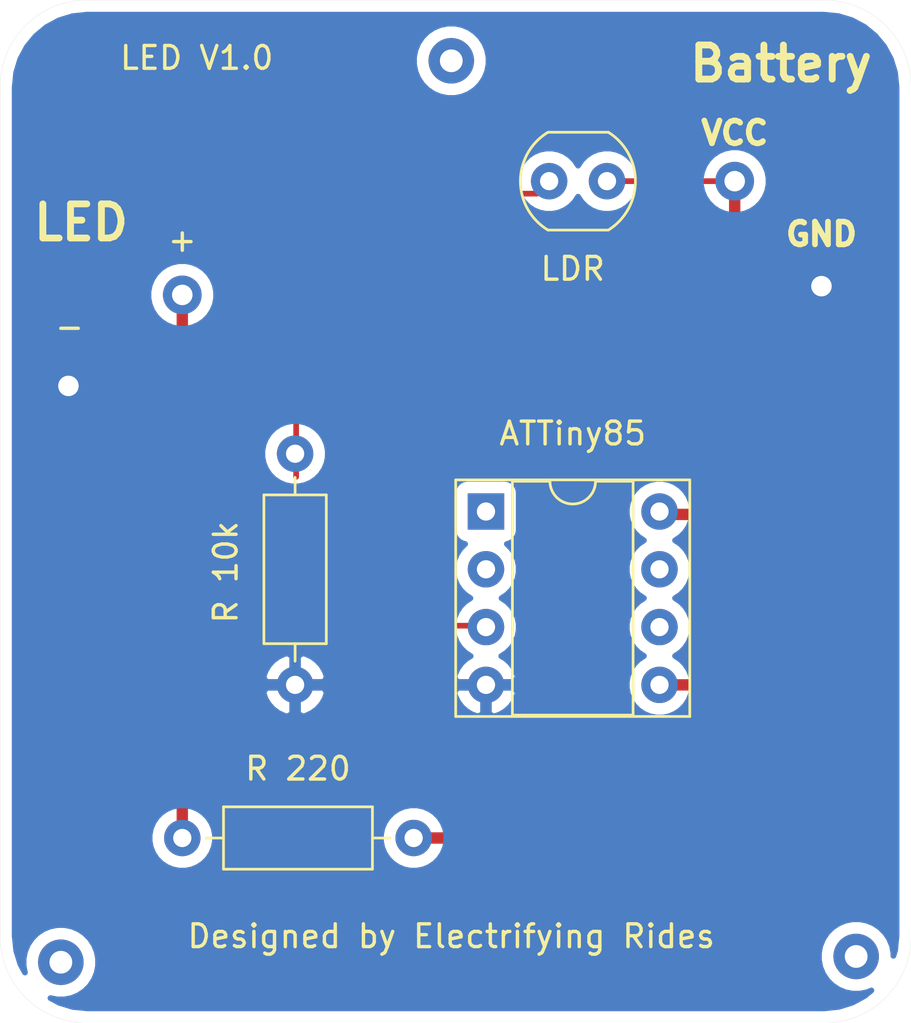
<source format=kicad_pcb>
(kicad_pcb (version 20171130) (host pcbnew "(5.1.10)-1")

  (general
    (thickness 1.6)
    (drawings 16)
    (tracks 25)
    (zones 0)
    (modules 4)
    (nets 10)
  )

  (page A4)
  (layers
    (0 F.Cu signal)
    (31 B.Cu signal hide)
    (32 B.Adhes user hide)
    (33 F.Adhes user hide)
    (34 B.Paste user hide)
    (35 F.Paste user hide)
    (36 B.SilkS user hide)
    (37 F.SilkS user)
    (38 B.Mask user hide)
    (39 F.Mask user hide)
    (40 Dwgs.User user)
    (41 Cmts.User user)
    (42 Eco1.User user)
    (43 Eco2.User user)
    (44 Edge.Cuts user)
    (45 Margin user)
    (46 B.CrtYd user)
    (47 F.CrtYd user)
    (48 B.Fab user)
    (49 F.Fab user hide)
  )

  (setup
    (last_trace_width 0.5)
    (user_trace_width 0.5)
    (user_trace_width 1)
    (trace_clearance 0.2)
    (zone_clearance 0.508)
    (zone_45_only no)
    (trace_min 0.2)
    (via_size 0.8)
    (via_drill 0.4)
    (via_min_size 0.4)
    (via_min_drill 0.3)
    (user_via 1.7 0.9)
    (user_via 2 1)
    (uvia_size 0.3)
    (uvia_drill 0.1)
    (uvias_allowed no)
    (uvia_min_size 0.2)
    (uvia_min_drill 0.1)
    (edge_width 0.05)
    (segment_width 0.2)
    (pcb_text_width 0.3)
    (pcb_text_size 1.5 1.5)
    (mod_edge_width 0.12)
    (mod_text_size 1 1)
    (mod_text_width 0.15)
    (pad_size 1.6 1.6)
    (pad_drill 0.8)
    (pad_to_mask_clearance 0)
    (aux_axis_origin 0 0)
    (grid_origin 94 118)
    (visible_elements 7FFFFFFF)
    (pcbplotparams
      (layerselection 0x010fc_ffffffff)
      (usegerberextensions false)
      (usegerberattributes true)
      (usegerberadvancedattributes true)
      (creategerberjobfile true)
      (excludeedgelayer true)
      (linewidth 0.100000)
      (plotframeref false)
      (viasonmask false)
      (mode 1)
      (useauxorigin false)
      (hpglpennumber 1)
      (hpglpenspeed 20)
      (hpglpendiameter 15.000000)
      (psnegative false)
      (psa4output false)
      (plotreference true)
      (plotvalue true)
      (plotinvisibletext false)
      (padsonsilk false)
      (subtractmaskfromsilk false)
      (outputformat 1)
      (mirror false)
      (drillshape 1)
      (scaleselection 1)
      (outputdirectory ""))
  )

  (net 0 "")
  (net 1 "Net-(R1-Pad1)")
  (net 2 "Net-(R1-Pad2)")
  (net 3 VDC)
  (net 4 GND)
  (net 5 "Net-(U1-Pad1)")
  (net 6 "Net-(U1-Pad6)")
  (net 7 "Net-(U1-Pad7)")
  (net 8 "Net-(R2-Pad1)")
  (net 9 "Net-(U1-Pad2)")

  (net_class Default "This is the default net class."
    (clearance 0.2)
    (trace_width 0.25)
    (via_dia 0.8)
    (via_drill 0.4)
    (uvia_dia 0.3)
    (uvia_drill 0.1)
    (add_net GND)
    (add_net "Net-(R1-Pad1)")
    (add_net "Net-(R1-Pad2)")
    (add_net "Net-(R2-Pad1)")
    (add_net "Net-(U1-Pad1)")
    (add_net "Net-(U1-Pad2)")
    (add_net "Net-(U1-Pad6)")
    (add_net "Net-(U1-Pad7)")
    (add_net VDC)
  )

  (module Resistor_THT:R_Axial_DIN0207_L6.3mm_D2.5mm_P10.16mm_Horizontal (layer F.Cu) (tedit 5AE5139B) (tstamp 60ACF026)
    (at 102 109.872)
    (descr "Resistor, Axial_DIN0207 series, Axial, Horizontal, pin pitch=10.16mm, 0.25W = 1/4W, length*diameter=6.3*2.5mm^2, http://cdn-reichelt.de/documents/datenblatt/B400/1_4W%23YAG.pdf")
    (tags "Resistor Axial_DIN0207 series Axial Horizontal pin pitch 10.16mm 0.25W = 1/4W length 6.3mm diameter 2.5mm")
    (path /60AD3618)
    (fp_text reference "R 220" (at 5.081 -3.048) (layer F.SilkS)
      (effects (font (size 1 1) (thickness 0.15)))
    )
    (fp_text value R_Small (at 5.08 2.37) (layer F.Fab)
      (effects (font (size 1 1) (thickness 0.15)))
    )
    (fp_line (start 1.93 -1.25) (end 1.93 1.25) (layer F.Fab) (width 0.1))
    (fp_line (start 1.93 1.25) (end 8.23 1.25) (layer F.Fab) (width 0.1))
    (fp_line (start 8.23 1.25) (end 8.23 -1.25) (layer F.Fab) (width 0.1))
    (fp_line (start 8.23 -1.25) (end 1.93 -1.25) (layer F.Fab) (width 0.1))
    (fp_line (start 0 0) (end 1.93 0) (layer F.Fab) (width 0.1))
    (fp_line (start 10.16 0) (end 8.23 0) (layer F.Fab) (width 0.1))
    (fp_line (start 1.81 -1.37) (end 1.81 1.37) (layer F.SilkS) (width 0.12))
    (fp_line (start 1.81 1.37) (end 8.35 1.37) (layer F.SilkS) (width 0.12))
    (fp_line (start 8.35 1.37) (end 8.35 -1.37) (layer F.SilkS) (width 0.12))
    (fp_line (start 8.35 -1.37) (end 1.81 -1.37) (layer F.SilkS) (width 0.12))
    (fp_line (start 1.04 0) (end 1.81 0) (layer F.SilkS) (width 0.12))
    (fp_line (start 9.12 0) (end 8.35 0) (layer F.SilkS) (width 0.12))
    (fp_line (start -1.05 -1.5) (end -1.05 1.5) (layer F.CrtYd) (width 0.05))
    (fp_line (start -1.05 1.5) (end 11.21 1.5) (layer F.CrtYd) (width 0.05))
    (fp_line (start 11.21 1.5) (end 11.21 -1.5) (layer F.CrtYd) (width 0.05))
    (fp_line (start 11.21 -1.5) (end -1.05 -1.5) (layer F.CrtYd) (width 0.05))
    (fp_text user %R (at 5.08 0) (layer F.Fab)
      (effects (font (size 1 1) (thickness 0.15)))
    )
    (pad 1 thru_hole circle (at 0 0) (size 1.6 1.6) (drill 0.8) (layers *.Cu *.Mask)
      (net 1 "Net-(R1-Pad1)"))
    (pad 2 thru_hole oval (at 10.16 0) (size 1.6 1.6) (drill 0.8) (layers *.Cu *.Mask)
      (net 2 "Net-(R1-Pad2)"))
    (model ${KISYS3DMOD}/Resistor_THT.3dshapes/R_Axial_DIN0207_L6.3mm_D2.5mm_P10.16mm_Horizontal.wrl
      (at (xyz 0 0 0))
      (scale (xyz 1 1 1))
      (rotate (xyz 0 0 0))
    )
  )

  (module OptoDevice:R_LDR_4.9x4.2mm_P2.54mm_Vertical (layer F.Cu) (tedit 5B8603A6) (tstamp 60ACF046)
    (at 118.11 81)
    (descr "Resistor, LDR 4.9x4.2mm")
    (tags "Resistor LDR4.9x4.2")
    (path /60AD4A26)
    (fp_text reference LDR (at 1.036 3.853) (layer F.SilkS)
      (effects (font (size 1 1) (thickness 0.15)))
    )
    (fp_text value R_PHOTO (at 1.17 3.1) (layer F.Fab)
      (effects (font (size 1 1) (thickness 0.15)))
    )
    (fp_line (start -0.05 2.15) (end 2.6 2.15) (layer F.SilkS) (width 0.12))
    (fp_line (start -0.05 -2.15) (end 2.6 -2.15) (layer F.SilkS) (width 0.12))
    (fp_line (start 0.87 -1.2) (end 2.17 -1.2) (layer F.Fab) (width 0.1))
    (fp_line (start 1.67 -0.6) (end 0.87 -0.6) (layer F.Fab) (width 0.1))
    (fp_line (start 0.87 0) (end 1.67 0) (layer F.Fab) (width 0.1))
    (fp_line (start 1.67 0.6) (end 0.87 0.6) (layer F.Fab) (width 0.1))
    (fp_line (start 0.37 1.2) (end 1.67 1.2) (layer F.Fab) (width 0.1))
    (fp_line (start 0.37 -1.8) (end 2.17 -1.8) (layer F.Fab) (width 0.1))
    (fp_line (start 2.17 -1.8) (end 2.17 -1.2) (layer F.Fab) (width 0.1))
    (fp_line (start 0.87 -1.2) (end 0.87 -0.6) (layer F.Fab) (width 0.1))
    (fp_line (start 1.67 -0.6) (end 1.67 0) (layer F.Fab) (width 0.1))
    (fp_line (start 0.87 0) (end 0.87 0.6) (layer F.Fab) (width 0.1))
    (fp_line (start 1.67 0.6) (end 1.67 1.2) (layer F.Fab) (width 0.1))
    (fp_line (start 0.37 1.2) (end 0.37 1.8) (layer F.Fab) (width 0.1))
    (fp_line (start 0.37 1.8) (end 2.17 1.8) (layer F.Fab) (width 0.1))
    (fp_line (start 2.57 2.1) (end -0.03 2.1) (layer F.Fab) (width 0.1))
    (fp_line (start -0.03 -2.1) (end 2.57 -2.1) (layer F.Fab) (width 0.1))
    (fp_line (start -1.45 -2.35) (end 3.99 -2.35) (layer F.CrtYd) (width 0.05))
    (fp_line (start -1.45 -2.35) (end -1.45 2.35) (layer F.CrtYd) (width 0.05))
    (fp_line (start 3.99 2.35) (end 3.99 -2.35) (layer F.CrtYd) (width 0.05))
    (fp_line (start 3.99 2.35) (end -1.45 2.35) (layer F.CrtYd) (width 0.05))
    (fp_text user %R (at 1.27 -2.9) (layer F.Fab)
      (effects (font (size 1 1) (thickness 0.15)))
    )
    (fp_arc (start 1.25 0) (end -0.05 2.15) (angle 117) (layer F.SilkS) (width 0.12))
    (fp_arc (start 1.25 0) (end 2.6 -2.15) (angle 115) (layer F.SilkS) (width 0.12))
    (fp_arc (start 1.27 0) (end 2.57 -2.1) (angle 115) (layer F.Fab) (width 0.1))
    (fp_arc (start 1.27 0) (end -0.03 2.1) (angle 115) (layer F.Fab) (width 0.1))
    (pad 1 thru_hole circle (at 0 0) (size 1.6 1.6) (drill 0.8) (layers *.Cu *.Mask)
      (net 8 "Net-(R2-Pad1)"))
    (pad 2 thru_hole circle (at 2.54 0) (size 1.6 1.6) (drill 0.8) (layers *.Cu *.Mask)
      (net 3 VDC))
    (model ${KISYS3DMOD}/OptoDevice.3dshapes/R_LDR_4.9x4.2mm_P2.54mm_Vertical.wrl
      (at (xyz 0 0 0))
      (scale (xyz 1 1 1))
      (rotate (xyz 0 0 0))
    )
  )

  (module Resistor_THT:R_Axial_DIN0207_L6.3mm_D2.5mm_P10.16mm_Horizontal (layer F.Cu) (tedit 60AD9CCF) (tstamp 60ACF05D)
    (at 106.954 92.981 270)
    (descr "Resistor, Axial_DIN0207 series, Axial, Horizontal, pin pitch=10.16mm, 0.25W = 1/4W, length*diameter=6.3*2.5mm^2, http://cdn-reichelt.de/documents/datenblatt/B400/1_4W%23YAG.pdf")
    (tags "Resistor Axial_DIN0207 series Axial Horizontal pin pitch 10.16mm 0.25W = 1/4W length 6.3mm diameter 2.5mm")
    (path /60AD3A89)
    (fp_text reference "R 10k" (at 5.207 3.048 90) (layer F.SilkS)
      (effects (font (size 1 1) (thickness 0.15)))
    )
    (fp_text value R_Small (at 5.08 2.37 90) (layer F.Fab)
      (effects (font (size 1 1) (thickness 0.15)))
    )
    (fp_line (start 11.21 -1.5) (end -1.05 -1.5) (layer F.CrtYd) (width 0.05))
    (fp_line (start 11.21 1.5) (end 11.21 -1.5) (layer F.CrtYd) (width 0.05))
    (fp_line (start -1.05 1.5) (end 11.21 1.5) (layer F.CrtYd) (width 0.05))
    (fp_line (start -1.05 -1.5) (end -1.05 1.5) (layer F.CrtYd) (width 0.05))
    (fp_line (start 9.12 0) (end 8.35 0) (layer F.SilkS) (width 0.12))
    (fp_line (start 1.04 0) (end 1.81 0) (layer F.SilkS) (width 0.12))
    (fp_line (start 8.35 -1.37) (end 1.81 -1.37) (layer F.SilkS) (width 0.12))
    (fp_line (start 8.35 1.37) (end 8.35 -1.37) (layer F.SilkS) (width 0.12))
    (fp_line (start 1.81 1.37) (end 8.35 1.37) (layer F.SilkS) (width 0.12))
    (fp_line (start 1.81 -1.37) (end 1.81 1.37) (layer F.SilkS) (width 0.12))
    (fp_line (start 10.16 0) (end 8.23 0) (layer F.Fab) (width 0.1))
    (fp_line (start 0 0) (end 1.93 0) (layer F.Fab) (width 0.1))
    (fp_line (start 8.23 -1.25) (end 1.93 -1.25) (layer F.Fab) (width 0.1))
    (fp_line (start 8.23 1.25) (end 8.23 -1.25) (layer F.Fab) (width 0.1))
    (fp_line (start 1.93 1.25) (end 8.23 1.25) (layer F.Fab) (width 0.1))
    (fp_line (start 1.93 -1.25) (end 1.93 1.25) (layer F.Fab) (width 0.1))
    (fp_text user %R (at 0.759 0 90) (layer F.Fab)
      (effects (font (size 1 1) (thickness 0.15)))
    )
    (pad 2 thru_hole oval (at 10.16 0 270) (size 1.6 1.6) (drill 0.8) (layers *.Cu *.Mask)
      (net 4 GND))
    (pad 1 thru_hole circle (at 0 0 270) (size 1.6 1.6) (drill 0.8) (layers *.Cu *.Mask)
      (net 8 "Net-(R2-Pad1)"))
    (model ${KISYS3DMOD}/Resistor_THT.3dshapes/R_Axial_DIN0207_L6.3mm_D2.5mm_P10.16mm_Horizontal.wrl
      (at (xyz 0 0 0))
      (scale (xyz 1 1 1))
      (rotate (xyz 0 0 0))
    )
  )

  (module Package_DIP:DIP-8_W7.62mm_Socket (layer F.Cu) (tedit 60ACA1EE) (tstamp 60ACF081)
    (at 115.336 95.521)
    (descr "8-lead though-hole mounted DIP package, row spacing 7.62 mm (300 mils), Socket")
    (tags "THT DIP DIL PDIP 2.54mm 7.62mm 300mil Socket")
    (path /60AD2C02)
    (fp_text reference ATTiny85 (at 3.81 -3.429) (layer F.SilkS)
      (effects (font (size 1 1) (thickness 0.15)))
    )
    (fp_text value ATtiny85-20PU (at 3.81 9.95) (layer F.Fab)
      (effects (font (size 1 1) (thickness 0.15)))
    )
    (fp_line (start 1.635 -1.27) (end 6.985 -1.27) (layer F.Fab) (width 0.1))
    (fp_line (start 6.985 -1.27) (end 6.985 8.89) (layer F.Fab) (width 0.1))
    (fp_line (start 6.985 8.89) (end 0.635 8.89) (layer F.Fab) (width 0.1))
    (fp_line (start 0.635 8.89) (end 0.635 -0.27) (layer F.Fab) (width 0.1))
    (fp_line (start 0.635 -0.27) (end 1.635 -1.27) (layer F.Fab) (width 0.1))
    (fp_line (start -1.27 -1.33) (end -1.27 8.95) (layer F.Fab) (width 0.1))
    (fp_line (start -1.27 8.95) (end 8.89 8.95) (layer F.Fab) (width 0.1))
    (fp_line (start 8.89 8.95) (end 8.89 -1.33) (layer F.Fab) (width 0.1))
    (fp_line (start 8.89 -1.33) (end -1.27 -1.33) (layer F.Fab) (width 0.1))
    (fp_line (start 2.81 -1.33) (end 1.16 -1.33) (layer F.SilkS) (width 0.12))
    (fp_line (start 1.16 -1.33) (end 1.16 8.95) (layer F.SilkS) (width 0.12))
    (fp_line (start 1.16 8.95) (end 6.46 8.95) (layer F.SilkS) (width 0.12))
    (fp_line (start 6.46 8.95) (end 6.46 -1.33) (layer F.SilkS) (width 0.12))
    (fp_line (start 6.46 -1.33) (end 4.81 -1.33) (layer F.SilkS) (width 0.12))
    (fp_line (start -1.33 -1.39) (end -1.33 9.01) (layer F.SilkS) (width 0.12))
    (fp_line (start -1.33 9.01) (end 8.95 9.01) (layer F.SilkS) (width 0.12))
    (fp_line (start 8.95 9.01) (end 8.95 -1.39) (layer F.SilkS) (width 0.12))
    (fp_line (start 8.95 -1.39) (end -1.33 -1.39) (layer F.SilkS) (width 0.12))
    (fp_line (start -1.55 -1.6) (end -1.55 9.2) (layer F.CrtYd) (width 0.05))
    (fp_line (start -1.55 9.2) (end 9.15 9.2) (layer F.CrtYd) (width 0.05))
    (fp_line (start 9.15 9.2) (end 9.15 -1.6) (layer F.CrtYd) (width 0.05))
    (fp_line (start 9.15 -1.6) (end -1.55 -1.6) (layer F.CrtYd) (width 0.05))
    (fp_arc (start 3.81 -1.33) (end 2.81 -1.33) (angle -180) (layer F.SilkS) (width 0.12))
    (fp_text user %R (at 3.81 3.81) (layer F.Fab)
      (effects (font (size 1 1) (thickness 0.15)))
    )
    (pad 1 thru_hole rect (at 0 0) (size 1.6 1.6) (drill 0.8) (layers *.Cu *.Mask)
      (net 5 "Net-(U1-Pad1)"))
    (pad 5 thru_hole oval (at 7.62 7.62) (size 1.6 1.6) (drill 0.8) (layers *.Cu *.Mask)
      (net 2 "Net-(R1-Pad2)"))
    (pad 2 thru_hole oval (at 0 2.54) (size 1.6 1.6) (drill 0.8) (layers *.Cu *.Mask)
      (net 9 "Net-(U1-Pad2)"))
    (pad 6 thru_hole oval (at 7.62 5.08) (size 1.6 1.6) (drill 0.8) (layers *.Cu *.Mask)
      (net 6 "Net-(U1-Pad6)"))
    (pad 3 thru_hole oval (at 0 5.08) (size 1.6 1.6) (drill 0.8) (layers *.Cu *.Mask)
      (net 8 "Net-(R2-Pad1)"))
    (pad 7 thru_hole oval (at 7.62 2.54) (size 1.6 1.6) (drill 0.8) (layers *.Cu *.Mask)
      (net 7 "Net-(U1-Pad7)"))
    (pad 4 thru_hole oval (at 0 7.62) (size 1.6 1.6) (drill 0.8) (layers *.Cu *.Mask)
      (net 4 GND))
    (pad 8 thru_hole oval (at 7.62 0) (size 1.6 1.6) (drill 0.8) (layers *.Cu *.Mask)
      (net 3 VDC))
    (model ${KISYS3DMOD}/Package_DIP.3dshapes/DIP-8_W7.62mm_Socket.wrl
      (at (xyz 0 0 0))
      (scale (xyz 1 1 1))
      (rotate (xyz 0 0 0))
    )
  )

  (gr_text "Designed by Electrifying Rides" (at 113.812 114.19) (layer F.SilkS)
    (effects (font (size 1 1) (thickness 0.15)))
  )
  (gr_text "LED V1.0" (at 102.636 75.582) (layer F.SilkS)
    (effects (font (size 1 1) (thickness 0.15)))
  )
  (gr_text + (at 102.001 83.583) (layer F.SilkS)
    (effects (font (size 1 1) (thickness 0.15)))
  )
  (gr_text - (at 97.048 87.393) (layer F.SilkS)
    (effects (font (size 1 1) (thickness 0.15)))
  )
  (gr_text LED (at 97.556 82.821) (layer F.SilkS)
    (effects (font (size 1.5 1.5) (thickness 0.3)))
  )
  (gr_arc (start 97.81 114.19) (end 94 114.19) (angle -90) (layer Edge.Cuts) (width 0.01) (tstamp 60AD9E66))
  (gr_arc (start 130.195 114.19) (end 130.195 118) (angle -90) (layer Edge.Cuts) (width 0.01) (tstamp 60AD9E66))
  (gr_arc (start 130.195 76.852) (end 134.005 76.852) (angle -90) (layer Edge.Cuts) (width 0.01) (tstamp 60AD9E66))
  (gr_arc (start 97.81 76.852) (end 97.81 73.042) (angle -90) (layer Edge.Cuts) (width 0.01))
  (gr_text Battery (at 128.29 75.836) (layer F.SilkS)
    (effects (font (size 1.5 1.5) (thickness 0.3)))
  )
  (gr_text GND (at 130.068 83.329) (layer F.SilkS)
    (effects (font (size 1 1) (thickness 0.25)))
  )
  (gr_text VCC (at 126.258 78.884) (layer F.SilkS)
    (effects (font (size 1 1) (thickness 0.25)))
  )
  (gr_line (start 134.005 76.852) (end 134.005 114.19) (layer Edge.Cuts) (width 0.01))
  (gr_line (start 97.81 73.042) (end 130.195 73.042) (layer Edge.Cuts) (width 0.01))
  (gr_line (start 94 114.19) (end 94 76.852) (layer Edge.Cuts) (width 0.01))
  (gr_line (start 130.195 118) (end 97.683 118) (layer Edge.Cuts) (width 0.01))

  (via (at 96.667 115.333) (size 2) (drill 1) (layers F.Cu B.Cu) (net 0))
  (via (at 131.592 115.079) (size 2) (drill 1) (layers F.Cu B.Cu) (net 0))
  (via (at 113.812 75.709) (size 2) (drill 1) (layers F.Cu B.Cu) (net 0))
  (via (at 130.068 85.615) (size 1.7) (drill 0.9) (layers F.Cu B.Cu) (net 4))
  (via (at 97 90) (size 1.7) (drill 0.9) (layers F.Cu B.Cu) (net 4))
  (via (at 102 86) (size 1.7) (drill 0.9) (layers F.Cu B.Cu) (net 1))
  (segment (start 102 109.872) (end 102 86) (width 0.5) (layer F.Cu) (net 1))
  (segment (start 122.956 103.141) (end 125.956 103.141) (width 0.5) (layer F.Cu) (net 2))
  (segment (start 125.877 109.872) (end 112.16 109.872) (width 0.5) (layer F.Cu) (net 2))
  (segment (start 127.02 108.729) (end 125.877 109.872) (width 0.5) (layer F.Cu) (net 2))
  (segment (start 127.02 104.157) (end 127.02 108.729) (width 0.5) (layer F.Cu) (net 2))
  (segment (start 126.004 103.141) (end 127.02 104.157) (width 0.5) (layer F.Cu) (net 2))
  (via (at 126.258 81) (size 1.7) (drill 0.9) (layers F.Cu B.Cu) (net 3))
  (segment (start 120.65 81) (end 126 81) (width 0.25) (layer F.Cu) (net 3))
  (segment (start 125.312 95.578) (end 126.258 94.632) (width 0.5) (layer F.Cu) (net 3))
  (segment (start 125.242 95.648) (end 122.935 95.648) (width 0.5) (layer F.Cu) (net 3))
  (segment (start 126.258 94.632) (end 126.258 81) (width 0.5) (layer F.Cu) (net 3))
  (segment (start 115 100.54) (end 111.99001 100.54) (width 0.25) (layer F.Cu) (net 8))
  (segment (start 111.45001 100) (end 111.45001 81.54999) (width 0.25) (layer F.Cu) (net 8))
  (segment (start 111.99001 100.54) (end 111.45001 100) (width 0.25) (layer F.Cu) (net 8))
  (segment (start 117.56001 81.54999) (end 118.11 81) (width 0.25) (layer F.Cu) (net 8))
  (segment (start 111.45001 81.54999) (end 117.56001 81.54999) (width 0.25) (layer F.Cu) (net 8))
  (segment (start 111.45001 81.54999) (end 107.45001 81.54999) (width 0.25) (layer F.Cu) (net 8))
  (segment (start 107.45001 81.54999) (end 107 82) (width 0.25) (layer F.Cu) (net 8))
  (segment (start 107 82) (end 107 94) (width 0.25) (layer F.Cu) (net 8))

  (zone (net 4) (net_name GND) (layer B.Cu) (tstamp 0) (hatch edge 0.508)
    (connect_pads (clearance 0.508))
    (min_thickness 0.254)
    (fill yes (arc_segments 32) (thermal_gap 0.508) (thermal_bridge_width 0.508))
    (polygon
      (pts
        (xy 134.005 118) (xy 94 118) (xy 94 73.042) (xy 134.005 73.042)
      )
    )
    (filled_polygon
      (pts
        (xy 130.81013 73.745384) (xy 131.401825 73.924028) (xy 131.947555 74.214197) (xy 132.426526 74.604837) (xy 132.820505 75.081075)
        (xy 133.114477 75.624765) (xy 133.297247 76.215199) (xy 133.365 76.859825) (xy 133.365001 114.158684) (xy 133.301616 114.80513)
        (xy 133.227 115.052271) (xy 133.227 114.917967) (xy 133.164168 114.602088) (xy 133.040918 114.304537) (xy 132.861987 114.036748)
        (xy 132.634252 113.809013) (xy 132.366463 113.630082) (xy 132.068912 113.506832) (xy 131.753033 113.444) (xy 131.430967 113.444)
        (xy 131.115088 113.506832) (xy 130.817537 113.630082) (xy 130.549748 113.809013) (xy 130.322013 114.036748) (xy 130.143082 114.304537)
        (xy 130.019832 114.602088) (xy 129.957 114.917967) (xy 129.957 115.240033) (xy 130.019832 115.555912) (xy 130.143082 115.853463)
        (xy 130.322013 116.121252) (xy 130.549748 116.348987) (xy 130.817537 116.527918) (xy 131.115088 116.651168) (xy 131.430967 116.714)
        (xy 131.753033 116.714) (xy 132.068912 116.651168) (xy 132.260505 116.571807) (xy 131.965925 116.815504) (xy 131.422233 117.109478)
        (xy 130.831801 117.292247) (xy 130.187174 117.36) (xy 97.841306 117.36) (xy 97.19487 117.296616) (xy 96.60318 117.117974)
        (xy 96.210635 116.909255) (xy 96.505967 116.968) (xy 96.828033 116.968) (xy 97.143912 116.905168) (xy 97.441463 116.781918)
        (xy 97.709252 116.602987) (xy 97.936987 116.375252) (xy 98.115918 116.107463) (xy 98.239168 115.809912) (xy 98.302 115.494033)
        (xy 98.302 115.171967) (xy 98.239168 114.856088) (xy 98.115918 114.558537) (xy 97.936987 114.290748) (xy 97.709252 114.063013)
        (xy 97.441463 113.884082) (xy 97.143912 113.760832) (xy 96.828033 113.698) (xy 96.505967 113.698) (xy 96.190088 113.760832)
        (xy 95.892537 113.884082) (xy 95.624748 114.063013) (xy 95.397013 114.290748) (xy 95.218082 114.558537) (xy 95.094832 114.856088)
        (xy 95.032 115.171967) (xy 95.032 115.494033) (xy 95.09017 115.786474) (xy 94.890522 115.417233) (xy 94.707753 114.826801)
        (xy 94.64 114.182174) (xy 94.64 109.730665) (xy 100.565 109.730665) (xy 100.565 110.013335) (xy 100.620147 110.290574)
        (xy 100.72832 110.551727) (xy 100.885363 110.786759) (xy 101.085241 110.986637) (xy 101.320273 111.14368) (xy 101.581426 111.251853)
        (xy 101.858665 111.307) (xy 102.141335 111.307) (xy 102.418574 111.251853) (xy 102.679727 111.14368) (xy 102.914759 110.986637)
        (xy 103.114637 110.786759) (xy 103.27168 110.551727) (xy 103.379853 110.290574) (xy 103.435 110.013335) (xy 103.435 109.730665)
        (xy 110.725 109.730665) (xy 110.725 110.013335) (xy 110.780147 110.290574) (xy 110.88832 110.551727) (xy 111.045363 110.786759)
        (xy 111.245241 110.986637) (xy 111.480273 111.14368) (xy 111.741426 111.251853) (xy 112.018665 111.307) (xy 112.301335 111.307)
        (xy 112.578574 111.251853) (xy 112.839727 111.14368) (xy 113.074759 110.986637) (xy 113.274637 110.786759) (xy 113.43168 110.551727)
        (xy 113.539853 110.290574) (xy 113.595 110.013335) (xy 113.595 109.730665) (xy 113.539853 109.453426) (xy 113.43168 109.192273)
        (xy 113.274637 108.957241) (xy 113.074759 108.757363) (xy 112.839727 108.60032) (xy 112.578574 108.492147) (xy 112.301335 108.437)
        (xy 112.018665 108.437) (xy 111.741426 108.492147) (xy 111.480273 108.60032) (xy 111.245241 108.757363) (xy 111.045363 108.957241)
        (xy 110.88832 109.192273) (xy 110.780147 109.453426) (xy 110.725 109.730665) (xy 103.435 109.730665) (xy 103.379853 109.453426)
        (xy 103.27168 109.192273) (xy 103.114637 108.957241) (xy 102.914759 108.757363) (xy 102.679727 108.60032) (xy 102.418574 108.492147)
        (xy 102.141335 108.437) (xy 101.858665 108.437) (xy 101.581426 108.492147) (xy 101.320273 108.60032) (xy 101.085241 108.757363)
        (xy 100.885363 108.957241) (xy 100.72832 109.192273) (xy 100.620147 109.453426) (xy 100.565 109.730665) (xy 94.64 109.730665)
        (xy 94.64 103.49004) (xy 105.562091 103.49004) (xy 105.65693 103.754881) (xy 105.801615 103.996131) (xy 105.990586 104.204519)
        (xy 106.21658 104.372037) (xy 106.470913 104.492246) (xy 106.604961 104.532904) (xy 106.827 104.410915) (xy 106.827 103.268)
        (xy 107.081 103.268) (xy 107.081 104.410915) (xy 107.303039 104.532904) (xy 107.437087 104.492246) (xy 107.69142 104.372037)
        (xy 107.917414 104.204519) (xy 108.106385 103.996131) (xy 108.25107 103.754881) (xy 108.345909 103.49004) (xy 108.345909 103.490039)
        (xy 113.944096 103.490039) (xy 113.984754 103.624087) (xy 114.104963 103.87842) (xy 114.272481 104.104414) (xy 114.480869 104.293385)
        (xy 114.722119 104.43807) (xy 114.98696 104.532909) (xy 115.209 104.411624) (xy 115.209 103.268) (xy 115.463 103.268)
        (xy 115.463 104.411624) (xy 115.68504 104.532909) (xy 115.949881 104.43807) (xy 116.191131 104.293385) (xy 116.399519 104.104414)
        (xy 116.567037 103.87842) (xy 116.687246 103.624087) (xy 116.727904 103.490039) (xy 116.605915 103.268) (xy 115.463 103.268)
        (xy 115.209 103.268) (xy 114.066085 103.268) (xy 113.944096 103.490039) (xy 108.345909 103.490039) (xy 108.224624 103.268)
        (xy 107.081 103.268) (xy 106.827 103.268) (xy 105.683376 103.268) (xy 105.562091 103.49004) (xy 94.64 103.49004)
        (xy 94.64 102.79196) (xy 105.562091 102.79196) (xy 105.683376 103.014) (xy 106.827 103.014) (xy 106.827 101.871085)
        (xy 107.081 101.871085) (xy 107.081 103.014) (xy 108.224624 103.014) (xy 108.345909 102.79196) (xy 108.25107 102.527119)
        (xy 108.106385 102.285869) (xy 107.917414 102.077481) (xy 107.69142 101.909963) (xy 107.437087 101.789754) (xy 107.303039 101.749096)
        (xy 107.081 101.871085) (xy 106.827 101.871085) (xy 106.604961 101.749096) (xy 106.470913 101.789754) (xy 106.21658 101.909963)
        (xy 105.990586 102.077481) (xy 105.801615 102.285869) (xy 105.65693 102.527119) (xy 105.562091 102.79196) (xy 94.64 102.79196)
        (xy 94.64 94.721) (xy 113.897928 94.721) (xy 113.897928 96.321) (xy 113.910188 96.445482) (xy 113.946498 96.56518)
        (xy 114.005463 96.675494) (xy 114.084815 96.772185) (xy 114.181506 96.851537) (xy 114.29182 96.910502) (xy 114.411518 96.946812)
        (xy 114.419961 96.947643) (xy 114.221363 97.146241) (xy 114.06432 97.381273) (xy 113.956147 97.642426) (xy 113.901 97.919665)
        (xy 113.901 98.202335) (xy 113.956147 98.479574) (xy 114.06432 98.740727) (xy 114.221363 98.975759) (xy 114.421241 99.175637)
        (xy 114.653759 99.331) (xy 114.421241 99.486363) (xy 114.221363 99.686241) (xy 114.06432 99.921273) (xy 113.956147 100.182426)
        (xy 113.901 100.459665) (xy 113.901 100.742335) (xy 113.956147 101.019574) (xy 114.06432 101.280727) (xy 114.221363 101.515759)
        (xy 114.421241 101.715637) (xy 114.656273 101.87268) (xy 114.666865 101.877067) (xy 114.480869 101.988615) (xy 114.272481 102.177586)
        (xy 114.104963 102.40358) (xy 113.984754 102.657913) (xy 113.944096 102.791961) (xy 114.066085 103.014) (xy 115.209 103.014)
        (xy 115.209 102.994) (xy 115.463 102.994) (xy 115.463 103.014) (xy 116.605915 103.014) (xy 116.727904 102.791961)
        (xy 116.687246 102.657913) (xy 116.567037 102.40358) (xy 116.399519 102.177586) (xy 116.191131 101.988615) (xy 116.005135 101.877067)
        (xy 116.015727 101.87268) (xy 116.250759 101.715637) (xy 116.450637 101.515759) (xy 116.60768 101.280727) (xy 116.715853 101.019574)
        (xy 116.771 100.742335) (xy 116.771 100.459665) (xy 116.715853 100.182426) (xy 116.60768 99.921273) (xy 116.450637 99.686241)
        (xy 116.250759 99.486363) (xy 116.018241 99.331) (xy 116.250759 99.175637) (xy 116.450637 98.975759) (xy 116.60768 98.740727)
        (xy 116.715853 98.479574) (xy 116.771 98.202335) (xy 116.771 97.919665) (xy 116.715853 97.642426) (xy 116.60768 97.381273)
        (xy 116.450637 97.146241) (xy 116.252039 96.947643) (xy 116.260482 96.946812) (xy 116.38018 96.910502) (xy 116.490494 96.851537)
        (xy 116.587185 96.772185) (xy 116.666537 96.675494) (xy 116.725502 96.56518) (xy 116.761812 96.445482) (xy 116.774072 96.321)
        (xy 116.774072 95.379665) (xy 121.521 95.379665) (xy 121.521 95.662335) (xy 121.576147 95.939574) (xy 121.68432 96.200727)
        (xy 121.841363 96.435759) (xy 122.041241 96.635637) (xy 122.273759 96.791) (xy 122.041241 96.946363) (xy 121.841363 97.146241)
        (xy 121.68432 97.381273) (xy 121.576147 97.642426) (xy 121.521 97.919665) (xy 121.521 98.202335) (xy 121.576147 98.479574)
        (xy 121.68432 98.740727) (xy 121.841363 98.975759) (xy 122.041241 99.175637) (xy 122.273759 99.331) (xy 122.041241 99.486363)
        (xy 121.841363 99.686241) (xy 121.68432 99.921273) (xy 121.576147 100.182426) (xy 121.521 100.459665) (xy 121.521 100.742335)
        (xy 121.576147 101.019574) (xy 121.68432 101.280727) (xy 121.841363 101.515759) (xy 122.041241 101.715637) (xy 122.273759 101.871)
        (xy 122.041241 102.026363) (xy 121.841363 102.226241) (xy 121.68432 102.461273) (xy 121.576147 102.722426) (xy 121.521 102.999665)
        (xy 121.521 103.282335) (xy 121.576147 103.559574) (xy 121.68432 103.820727) (xy 121.841363 104.055759) (xy 122.041241 104.255637)
        (xy 122.276273 104.41268) (xy 122.537426 104.520853) (xy 122.814665 104.576) (xy 123.097335 104.576) (xy 123.374574 104.520853)
        (xy 123.635727 104.41268) (xy 123.870759 104.255637) (xy 124.070637 104.055759) (xy 124.22768 103.820727) (xy 124.335853 103.559574)
        (xy 124.391 103.282335) (xy 124.391 102.999665) (xy 124.335853 102.722426) (xy 124.22768 102.461273) (xy 124.070637 102.226241)
        (xy 123.870759 102.026363) (xy 123.638241 101.871) (xy 123.870759 101.715637) (xy 124.070637 101.515759) (xy 124.22768 101.280727)
        (xy 124.335853 101.019574) (xy 124.391 100.742335) (xy 124.391 100.459665) (xy 124.335853 100.182426) (xy 124.22768 99.921273)
        (xy 124.070637 99.686241) (xy 123.870759 99.486363) (xy 123.638241 99.331) (xy 123.870759 99.175637) (xy 124.070637 98.975759)
        (xy 124.22768 98.740727) (xy 124.335853 98.479574) (xy 124.391 98.202335) (xy 124.391 97.919665) (xy 124.335853 97.642426)
        (xy 124.22768 97.381273) (xy 124.070637 97.146241) (xy 123.870759 96.946363) (xy 123.638241 96.791) (xy 123.870759 96.635637)
        (xy 124.070637 96.435759) (xy 124.22768 96.200727) (xy 124.335853 95.939574) (xy 124.391 95.662335) (xy 124.391 95.379665)
        (xy 124.335853 95.102426) (xy 124.22768 94.841273) (xy 124.070637 94.606241) (xy 123.870759 94.406363) (xy 123.635727 94.24932)
        (xy 123.374574 94.141147) (xy 123.097335 94.086) (xy 122.814665 94.086) (xy 122.537426 94.141147) (xy 122.276273 94.24932)
        (xy 122.041241 94.406363) (xy 121.841363 94.606241) (xy 121.68432 94.841273) (xy 121.576147 95.102426) (xy 121.521 95.379665)
        (xy 116.774072 95.379665) (xy 116.774072 94.721) (xy 116.761812 94.596518) (xy 116.725502 94.47682) (xy 116.666537 94.366506)
        (xy 116.587185 94.269815) (xy 116.490494 94.190463) (xy 116.38018 94.131498) (xy 116.260482 94.095188) (xy 116.136 94.082928)
        (xy 114.536 94.082928) (xy 114.411518 94.095188) (xy 114.29182 94.131498) (xy 114.181506 94.190463) (xy 114.084815 94.269815)
        (xy 114.005463 94.366506) (xy 113.946498 94.47682) (xy 113.910188 94.596518) (xy 113.897928 94.721) (xy 94.64 94.721)
        (xy 94.64 92.839665) (xy 105.519 92.839665) (xy 105.519 93.122335) (xy 105.574147 93.399574) (xy 105.68232 93.660727)
        (xy 105.839363 93.895759) (xy 106.039241 94.095637) (xy 106.274273 94.25268) (xy 106.535426 94.360853) (xy 106.812665 94.416)
        (xy 107.095335 94.416) (xy 107.372574 94.360853) (xy 107.633727 94.25268) (xy 107.868759 94.095637) (xy 108.068637 93.895759)
        (xy 108.22568 93.660727) (xy 108.333853 93.399574) (xy 108.389 93.122335) (xy 108.389 92.839665) (xy 108.333853 92.562426)
        (xy 108.22568 92.301273) (xy 108.068637 92.066241) (xy 107.868759 91.866363) (xy 107.633727 91.70932) (xy 107.372574 91.601147)
        (xy 107.095335 91.546) (xy 106.812665 91.546) (xy 106.535426 91.601147) (xy 106.274273 91.70932) (xy 106.039241 91.866363)
        (xy 105.839363 92.066241) (xy 105.68232 92.301273) (xy 105.574147 92.562426) (xy 105.519 92.839665) (xy 94.64 92.839665)
        (xy 94.64 85.85374) (xy 100.515 85.85374) (xy 100.515 86.14626) (xy 100.572068 86.433158) (xy 100.68401 86.703411)
        (xy 100.846525 86.946632) (xy 101.053368 87.153475) (xy 101.296589 87.31599) (xy 101.566842 87.427932) (xy 101.85374 87.485)
        (xy 102.14626 87.485) (xy 102.433158 87.427932) (xy 102.703411 87.31599) (xy 102.946632 87.153475) (xy 103.153475 86.946632)
        (xy 103.31599 86.703411) (xy 103.427932 86.433158) (xy 103.485 86.14626) (xy 103.485 85.85374) (xy 103.427932 85.566842)
        (xy 103.31599 85.296589) (xy 103.153475 85.053368) (xy 102.946632 84.846525) (xy 102.703411 84.68401) (xy 102.433158 84.572068)
        (xy 102.14626 84.515) (xy 101.85374 84.515) (xy 101.566842 84.572068) (xy 101.296589 84.68401) (xy 101.053368 84.846525)
        (xy 100.846525 85.053368) (xy 100.68401 85.296589) (xy 100.572068 85.566842) (xy 100.515 85.85374) (xy 94.64 85.85374)
        (xy 94.64 80.858665) (xy 116.675 80.858665) (xy 116.675 81.141335) (xy 116.730147 81.418574) (xy 116.83832 81.679727)
        (xy 116.995363 81.914759) (xy 117.195241 82.114637) (xy 117.430273 82.27168) (xy 117.691426 82.379853) (xy 117.968665 82.435)
        (xy 118.251335 82.435) (xy 118.528574 82.379853) (xy 118.789727 82.27168) (xy 119.024759 82.114637) (xy 119.224637 81.914759)
        (xy 119.38 81.682241) (xy 119.535363 81.914759) (xy 119.735241 82.114637) (xy 119.970273 82.27168) (xy 120.231426 82.379853)
        (xy 120.508665 82.435) (xy 120.791335 82.435) (xy 121.068574 82.379853) (xy 121.329727 82.27168) (xy 121.564759 82.114637)
        (xy 121.764637 81.914759) (xy 121.92168 81.679727) (xy 122.029853 81.418574) (xy 122.085 81.141335) (xy 122.085 80.858665)
        (xy 122.084021 80.85374) (xy 124.773 80.85374) (xy 124.773 81.14626) (xy 124.830068 81.433158) (xy 124.94201 81.703411)
        (xy 125.104525 81.946632) (xy 125.311368 82.153475) (xy 125.554589 82.31599) (xy 125.824842 82.427932) (xy 126.11174 82.485)
        (xy 126.40426 82.485) (xy 126.691158 82.427932) (xy 126.961411 82.31599) (xy 127.204632 82.153475) (xy 127.411475 81.946632)
        (xy 127.57399 81.703411) (xy 127.685932 81.433158) (xy 127.743 81.14626) (xy 127.743 80.85374) (xy 127.685932 80.566842)
        (xy 127.57399 80.296589) (xy 127.411475 80.053368) (xy 127.204632 79.846525) (xy 126.961411 79.68401) (xy 126.691158 79.572068)
        (xy 126.40426 79.515) (xy 126.11174 79.515) (xy 125.824842 79.572068) (xy 125.554589 79.68401) (xy 125.311368 79.846525)
        (xy 125.104525 80.053368) (xy 124.94201 80.296589) (xy 124.830068 80.566842) (xy 124.773 80.85374) (xy 122.084021 80.85374)
        (xy 122.029853 80.581426) (xy 121.92168 80.320273) (xy 121.764637 80.085241) (xy 121.564759 79.885363) (xy 121.329727 79.72832)
        (xy 121.068574 79.620147) (xy 120.791335 79.565) (xy 120.508665 79.565) (xy 120.231426 79.620147) (xy 119.970273 79.72832)
        (xy 119.735241 79.885363) (xy 119.535363 80.085241) (xy 119.38 80.317759) (xy 119.224637 80.085241) (xy 119.024759 79.885363)
        (xy 118.789727 79.72832) (xy 118.528574 79.620147) (xy 118.251335 79.565) (xy 117.968665 79.565) (xy 117.691426 79.620147)
        (xy 117.430273 79.72832) (xy 117.195241 79.885363) (xy 116.995363 80.085241) (xy 116.83832 80.320273) (xy 116.730147 80.581426)
        (xy 116.675 80.858665) (xy 94.64 80.858665) (xy 94.64 76.883306) (xy 94.703384 76.23687) (xy 94.882028 75.645175)
        (xy 94.933714 75.547967) (xy 112.177 75.547967) (xy 112.177 75.870033) (xy 112.239832 76.185912) (xy 112.363082 76.483463)
        (xy 112.542013 76.751252) (xy 112.769748 76.978987) (xy 113.037537 77.157918) (xy 113.335088 77.281168) (xy 113.650967 77.344)
        (xy 113.973033 77.344) (xy 114.288912 77.281168) (xy 114.586463 77.157918) (xy 114.854252 76.978987) (xy 115.081987 76.751252)
        (xy 115.260918 76.483463) (xy 115.384168 76.185912) (xy 115.447 75.870033) (xy 115.447 75.547967) (xy 115.384168 75.232088)
        (xy 115.260918 74.934537) (xy 115.081987 74.666748) (xy 114.854252 74.439013) (xy 114.586463 74.260082) (xy 114.288912 74.136832)
        (xy 113.973033 74.074) (xy 113.650967 74.074) (xy 113.335088 74.136832) (xy 113.037537 74.260082) (xy 112.769748 74.439013)
        (xy 112.542013 74.666748) (xy 112.363082 74.934537) (xy 112.239832 75.232088) (xy 112.177 75.547967) (xy 94.933714 75.547967)
        (xy 95.172197 75.099445) (xy 95.562837 74.620474) (xy 96.039075 74.226495) (xy 96.582765 73.932523) (xy 97.173199 73.749753)
        (xy 97.817825 73.682) (xy 130.163694 73.682)
      )
    )
  )
)

</source>
